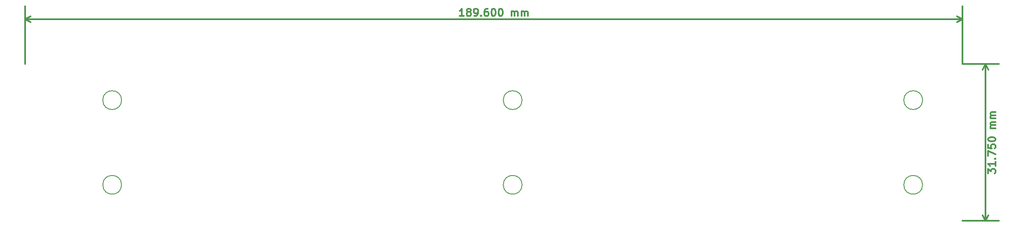
<source format=gbr>
G04 #@! TF.GenerationSoftware,KiCad,Pcbnew,(2018-01-21 revision 6b9866de8)-makepkg*
G04 #@! TF.CreationDate,2018-02-06T18:12:56+01:00*
G04 #@! TF.ProjectId,Arm_interface_panel,41726D5F696E746572666163655F7061,rev?*
G04 #@! TF.SameCoordinates,Original*
G04 #@! TF.FileFunction,Other,Comment*
%FSLAX46Y46*%
G04 Gerber Fmt 4.6, Leading zero omitted, Abs format (unit mm)*
G04 Created by KiCad (PCBNEW (2018-01-21 revision 6b9866de8)-makepkg) date 02/06/18 18:12:56*
%MOMM*%
%LPD*%
G01*
G04 APERTURE LIST*
%ADD10C,0.300000*%
%ADD11C,0.150000*%
G04 APERTURE END LIST*
D10*
X247753571Y-103160714D02*
X247753571Y-102232142D01*
X248325000Y-102732142D01*
X248325000Y-102517857D01*
X248396428Y-102375000D01*
X248467857Y-102303571D01*
X248610714Y-102232142D01*
X248967857Y-102232142D01*
X249110714Y-102303571D01*
X249182142Y-102375000D01*
X249253571Y-102517857D01*
X249253571Y-102946428D01*
X249182142Y-103089285D01*
X249110714Y-103160714D01*
X249253571Y-100803571D02*
X249253571Y-101660714D01*
X249253571Y-101232142D02*
X247753571Y-101232142D01*
X247967857Y-101375000D01*
X248110714Y-101517857D01*
X248182142Y-101660714D01*
X249110714Y-100160714D02*
X249182142Y-100089285D01*
X249253571Y-100160714D01*
X249182142Y-100232142D01*
X249110714Y-100160714D01*
X249253571Y-100160714D01*
X247753571Y-99589285D02*
X247753571Y-98589285D01*
X249253571Y-99232142D01*
X247753571Y-97303571D02*
X247753571Y-98017857D01*
X248467857Y-98089285D01*
X248396428Y-98017857D01*
X248325000Y-97875000D01*
X248325000Y-97517857D01*
X248396428Y-97375000D01*
X248467857Y-97303571D01*
X248610714Y-97232142D01*
X248967857Y-97232142D01*
X249110714Y-97303571D01*
X249182142Y-97375000D01*
X249253571Y-97517857D01*
X249253571Y-97875000D01*
X249182142Y-98017857D01*
X249110714Y-98089285D01*
X247753571Y-96303571D02*
X247753571Y-96160714D01*
X247825000Y-96017857D01*
X247896428Y-95946428D01*
X248039285Y-95875000D01*
X248325000Y-95803571D01*
X248682142Y-95803571D01*
X248967857Y-95875000D01*
X249110714Y-95946428D01*
X249182142Y-96017857D01*
X249253571Y-96160714D01*
X249253571Y-96303571D01*
X249182142Y-96446428D01*
X249110714Y-96517857D01*
X248967857Y-96589285D01*
X248682142Y-96660714D01*
X248325000Y-96660714D01*
X248039285Y-96589285D01*
X247896428Y-96517857D01*
X247825000Y-96446428D01*
X247753571Y-96303571D01*
X249253571Y-94017857D02*
X248253571Y-94017857D01*
X248396428Y-94017857D02*
X248325000Y-93946428D01*
X248253571Y-93803571D01*
X248253571Y-93589285D01*
X248325000Y-93446428D01*
X248467857Y-93375000D01*
X249253571Y-93375000D01*
X248467857Y-93375000D02*
X248325000Y-93303571D01*
X248253571Y-93160714D01*
X248253571Y-92946428D01*
X248325000Y-92803571D01*
X248467857Y-92732142D01*
X249253571Y-92732142D01*
X249253571Y-92017857D02*
X248253571Y-92017857D01*
X248396428Y-92017857D02*
X248325000Y-91946428D01*
X248253571Y-91803571D01*
X248253571Y-91589285D01*
X248325000Y-91446428D01*
X248467857Y-91375000D01*
X249253571Y-91375000D01*
X248467857Y-91375000D02*
X248325000Y-91303571D01*
X248253571Y-91160714D01*
X248253571Y-90946428D01*
X248325000Y-90803571D01*
X248467857Y-90732142D01*
X249253571Y-90732142D01*
X247225000Y-112750000D02*
X247225000Y-81000000D01*
X242600000Y-112750000D02*
X249925000Y-112750000D01*
X242600000Y-81000000D02*
X249925000Y-81000000D01*
X247225000Y-81000000D02*
X247811421Y-82126504D01*
X247225000Y-81000000D02*
X246638579Y-82126504D01*
X247225000Y-112750000D02*
X247811421Y-111623496D01*
X247225000Y-112750000D02*
X246638579Y-111623496D01*
X141728571Y-71278571D02*
X140871428Y-71278571D01*
X141300000Y-71278571D02*
X141300000Y-69778571D01*
X141157142Y-69992857D01*
X141014285Y-70135714D01*
X140871428Y-70207142D01*
X142585714Y-70421428D02*
X142442857Y-70350000D01*
X142371428Y-70278571D01*
X142300000Y-70135714D01*
X142300000Y-70064285D01*
X142371428Y-69921428D01*
X142442857Y-69850000D01*
X142585714Y-69778571D01*
X142871428Y-69778571D01*
X143014285Y-69850000D01*
X143085714Y-69921428D01*
X143157142Y-70064285D01*
X143157142Y-70135714D01*
X143085714Y-70278571D01*
X143014285Y-70350000D01*
X142871428Y-70421428D01*
X142585714Y-70421428D01*
X142442857Y-70492857D01*
X142371428Y-70564285D01*
X142300000Y-70707142D01*
X142300000Y-70992857D01*
X142371428Y-71135714D01*
X142442857Y-71207142D01*
X142585714Y-71278571D01*
X142871428Y-71278571D01*
X143014285Y-71207142D01*
X143085714Y-71135714D01*
X143157142Y-70992857D01*
X143157142Y-70707142D01*
X143085714Y-70564285D01*
X143014285Y-70492857D01*
X142871428Y-70421428D01*
X143871428Y-71278571D02*
X144157142Y-71278571D01*
X144300000Y-71207142D01*
X144371428Y-71135714D01*
X144514285Y-70921428D01*
X144585714Y-70635714D01*
X144585714Y-70064285D01*
X144514285Y-69921428D01*
X144442857Y-69850000D01*
X144300000Y-69778571D01*
X144014285Y-69778571D01*
X143871428Y-69850000D01*
X143800000Y-69921428D01*
X143728571Y-70064285D01*
X143728571Y-70421428D01*
X143800000Y-70564285D01*
X143871428Y-70635714D01*
X144014285Y-70707142D01*
X144300000Y-70707142D01*
X144442857Y-70635714D01*
X144514285Y-70564285D01*
X144585714Y-70421428D01*
X145228571Y-71135714D02*
X145300000Y-71207142D01*
X145228571Y-71278571D01*
X145157142Y-71207142D01*
X145228571Y-71135714D01*
X145228571Y-71278571D01*
X146585714Y-69778571D02*
X146300000Y-69778571D01*
X146157142Y-69850000D01*
X146085714Y-69921428D01*
X145942857Y-70135714D01*
X145871428Y-70421428D01*
X145871428Y-70992857D01*
X145942857Y-71135714D01*
X146014285Y-71207142D01*
X146157142Y-71278571D01*
X146442857Y-71278571D01*
X146585714Y-71207142D01*
X146657142Y-71135714D01*
X146728571Y-70992857D01*
X146728571Y-70635714D01*
X146657142Y-70492857D01*
X146585714Y-70421428D01*
X146442857Y-70350000D01*
X146157142Y-70350000D01*
X146014285Y-70421428D01*
X145942857Y-70492857D01*
X145871428Y-70635714D01*
X147657142Y-69778571D02*
X147800000Y-69778571D01*
X147942857Y-69850000D01*
X148014285Y-69921428D01*
X148085714Y-70064285D01*
X148157142Y-70350000D01*
X148157142Y-70707142D01*
X148085714Y-70992857D01*
X148014285Y-71135714D01*
X147942857Y-71207142D01*
X147800000Y-71278571D01*
X147657142Y-71278571D01*
X147514285Y-71207142D01*
X147442857Y-71135714D01*
X147371428Y-70992857D01*
X147300000Y-70707142D01*
X147300000Y-70350000D01*
X147371428Y-70064285D01*
X147442857Y-69921428D01*
X147514285Y-69850000D01*
X147657142Y-69778571D01*
X149085714Y-69778571D02*
X149228571Y-69778571D01*
X149371428Y-69850000D01*
X149442857Y-69921428D01*
X149514285Y-70064285D01*
X149585714Y-70350000D01*
X149585714Y-70707142D01*
X149514285Y-70992857D01*
X149442857Y-71135714D01*
X149371428Y-71207142D01*
X149228571Y-71278571D01*
X149085714Y-71278571D01*
X148942857Y-71207142D01*
X148871428Y-71135714D01*
X148800000Y-70992857D01*
X148728571Y-70707142D01*
X148728571Y-70350000D01*
X148800000Y-70064285D01*
X148871428Y-69921428D01*
X148942857Y-69850000D01*
X149085714Y-69778571D01*
X151371428Y-71278571D02*
X151371428Y-70278571D01*
X151371428Y-70421428D02*
X151442857Y-70350000D01*
X151585714Y-70278571D01*
X151800000Y-70278571D01*
X151942857Y-70350000D01*
X152014285Y-70492857D01*
X152014285Y-71278571D01*
X152014285Y-70492857D02*
X152085714Y-70350000D01*
X152228571Y-70278571D01*
X152442857Y-70278571D01*
X152585714Y-70350000D01*
X152657142Y-70492857D01*
X152657142Y-71278571D01*
X153371428Y-71278571D02*
X153371428Y-70278571D01*
X153371428Y-70421428D02*
X153442857Y-70350000D01*
X153585714Y-70278571D01*
X153800000Y-70278571D01*
X153942857Y-70350000D01*
X154014285Y-70492857D01*
X154014285Y-71278571D01*
X154014285Y-70492857D02*
X154085714Y-70350000D01*
X154228571Y-70278571D01*
X154442857Y-70278571D01*
X154585714Y-70350000D01*
X154657142Y-70492857D01*
X154657142Y-71278571D01*
X53000000Y-71950000D02*
X242600000Y-71950000D01*
X53000000Y-81000000D02*
X53000000Y-69250000D01*
X242600000Y-81000000D02*
X242600000Y-69250000D01*
X242600000Y-71950000D02*
X241473496Y-72536421D01*
X242600000Y-71950000D02*
X241473496Y-71363579D01*
X53000000Y-71950000D02*
X54126504Y-72536421D01*
X53000000Y-71950000D02*
X54126504Y-71363579D01*
D11*
X234500000Y-105450000D02*
G75*
G03X234500000Y-105450000I-1900000J0D01*
G01*
X72500000Y-105450000D02*
G75*
G03X72500000Y-105450000I-1900000J0D01*
G01*
X153500000Y-105450000D02*
G75*
G03X153500000Y-105450000I-1900000J0D01*
G01*
X234500000Y-88300000D02*
G75*
G03X234500000Y-88300000I-1900000J0D01*
G01*
X153500000Y-88300000D02*
G75*
G03X153500000Y-88300000I-1900000J0D01*
G01*
X72500000Y-88300000D02*
G75*
G03X72500000Y-88300000I-1900000J0D01*
G01*
M02*

</source>
